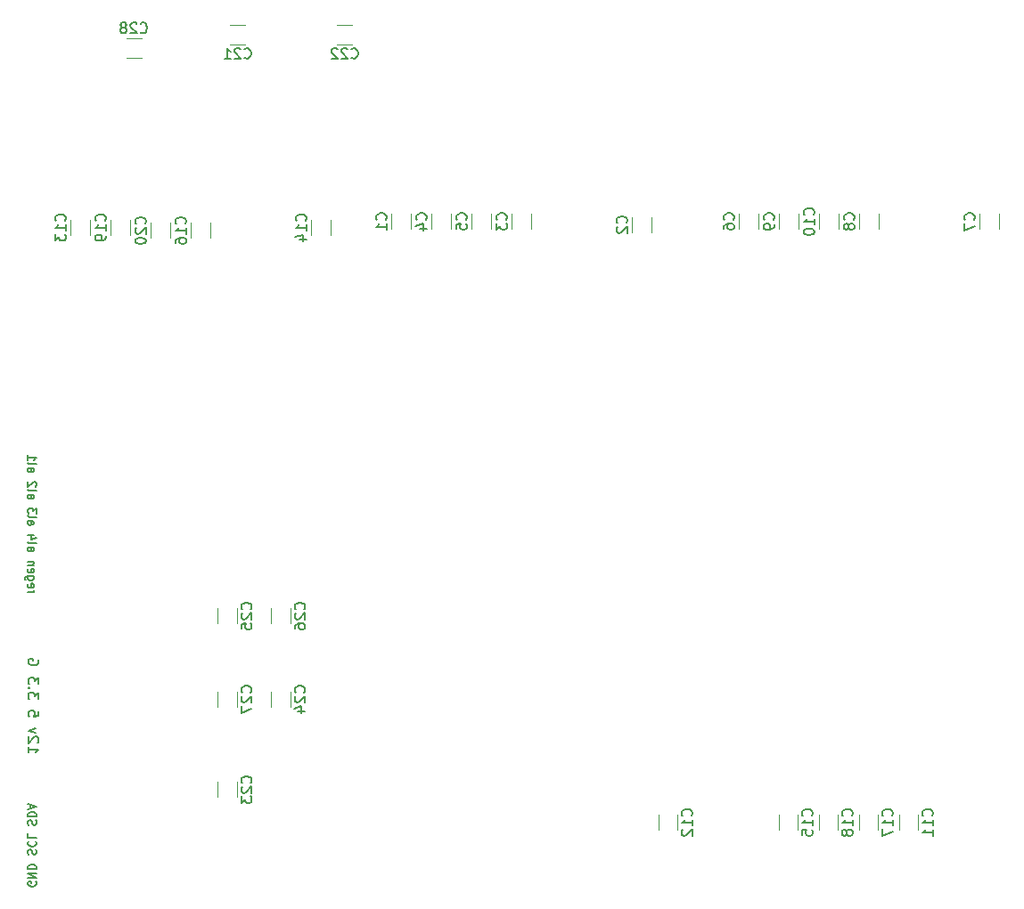
<source format=gbr>
%TF.GenerationSoftware,KiCad,Pcbnew,8.0.3*%
%TF.CreationDate,2024-11-03T21:20:52+01:00*%
%TF.ProjectId,weerstation-analoog,77656572-7374-4617-9469-6f6e2d616e61,rev?*%
%TF.SameCoordinates,Original*%
%TF.FileFunction,Legend,Bot*%
%TF.FilePolarity,Positive*%
%FSLAX46Y46*%
G04 Gerber Fmt 4.6, Leading zero omitted, Abs format (unit mm)*
G04 Created by KiCad (PCBNEW 8.0.3) date 2024-11-03 21:20:52*
%MOMM*%
%LPD*%
G01*
G04 APERTURE LIST*
%ADD10C,0.150000*%
%ADD11C,0.120000*%
G04 APERTURE END LIST*
D10*
X15345704Y-79720839D02*
X15879038Y-79720839D01*
X15726657Y-79720839D02*
X15802847Y-79682744D01*
X15802847Y-79682744D02*
X15840942Y-79644649D01*
X15840942Y-79644649D02*
X15879038Y-79568458D01*
X15879038Y-79568458D02*
X15879038Y-79492268D01*
X15383800Y-78920839D02*
X15345704Y-78997030D01*
X15345704Y-78997030D02*
X15345704Y-79149411D01*
X15345704Y-79149411D02*
X15383800Y-79225601D01*
X15383800Y-79225601D02*
X15459990Y-79263697D01*
X15459990Y-79263697D02*
X15764752Y-79263697D01*
X15764752Y-79263697D02*
X15840942Y-79225601D01*
X15840942Y-79225601D02*
X15879038Y-79149411D01*
X15879038Y-79149411D02*
X15879038Y-78997030D01*
X15879038Y-78997030D02*
X15840942Y-78920839D01*
X15840942Y-78920839D02*
X15764752Y-78882744D01*
X15764752Y-78882744D02*
X15688561Y-78882744D01*
X15688561Y-78882744D02*
X15612371Y-79263697D01*
X15879038Y-78197030D02*
X15231419Y-78197030D01*
X15231419Y-78197030D02*
X15155228Y-78235125D01*
X15155228Y-78235125D02*
X15117133Y-78273221D01*
X15117133Y-78273221D02*
X15079038Y-78349411D01*
X15079038Y-78349411D02*
X15079038Y-78463697D01*
X15079038Y-78463697D02*
X15117133Y-78539887D01*
X15383800Y-78197030D02*
X15345704Y-78273221D01*
X15345704Y-78273221D02*
X15345704Y-78425602D01*
X15345704Y-78425602D02*
X15383800Y-78501792D01*
X15383800Y-78501792D02*
X15421895Y-78539887D01*
X15421895Y-78539887D02*
X15498085Y-78577983D01*
X15498085Y-78577983D02*
X15726657Y-78577983D01*
X15726657Y-78577983D02*
X15802847Y-78539887D01*
X15802847Y-78539887D02*
X15840942Y-78501792D01*
X15840942Y-78501792D02*
X15879038Y-78425602D01*
X15879038Y-78425602D02*
X15879038Y-78273221D01*
X15879038Y-78273221D02*
X15840942Y-78197030D01*
X15383800Y-77511315D02*
X15345704Y-77587506D01*
X15345704Y-77587506D02*
X15345704Y-77739887D01*
X15345704Y-77739887D02*
X15383800Y-77816077D01*
X15383800Y-77816077D02*
X15459990Y-77854173D01*
X15459990Y-77854173D02*
X15764752Y-77854173D01*
X15764752Y-77854173D02*
X15840942Y-77816077D01*
X15840942Y-77816077D02*
X15879038Y-77739887D01*
X15879038Y-77739887D02*
X15879038Y-77587506D01*
X15879038Y-77587506D02*
X15840942Y-77511315D01*
X15840942Y-77511315D02*
X15764752Y-77473220D01*
X15764752Y-77473220D02*
X15688561Y-77473220D01*
X15688561Y-77473220D02*
X15612371Y-77854173D01*
X15879038Y-77130363D02*
X15345704Y-77130363D01*
X15802847Y-77130363D02*
X15840942Y-77092268D01*
X15840942Y-77092268D02*
X15879038Y-77016078D01*
X15879038Y-77016078D02*
X15879038Y-76901792D01*
X15879038Y-76901792D02*
X15840942Y-76825601D01*
X15840942Y-76825601D02*
X15764752Y-76787506D01*
X15764752Y-76787506D02*
X15345704Y-76787506D01*
X15345704Y-75454172D02*
X15764752Y-75454172D01*
X15764752Y-75454172D02*
X15840942Y-75492267D01*
X15840942Y-75492267D02*
X15879038Y-75568458D01*
X15879038Y-75568458D02*
X15879038Y-75720839D01*
X15879038Y-75720839D02*
X15840942Y-75797029D01*
X15383800Y-75454172D02*
X15345704Y-75530363D01*
X15345704Y-75530363D02*
X15345704Y-75720839D01*
X15345704Y-75720839D02*
X15383800Y-75797029D01*
X15383800Y-75797029D02*
X15459990Y-75835125D01*
X15459990Y-75835125D02*
X15536180Y-75835125D01*
X15536180Y-75835125D02*
X15612371Y-75797029D01*
X15612371Y-75797029D02*
X15650466Y-75720839D01*
X15650466Y-75720839D02*
X15650466Y-75530363D01*
X15650466Y-75530363D02*
X15688561Y-75454172D01*
X15345704Y-74958934D02*
X15383800Y-75035124D01*
X15383800Y-75035124D02*
X15459990Y-75073219D01*
X15459990Y-75073219D02*
X16145704Y-75073219D01*
X15879038Y-74311314D02*
X15345704Y-74311314D01*
X16183800Y-74501790D02*
X15612371Y-74692267D01*
X15612371Y-74692267D02*
X15612371Y-74197028D01*
X15345704Y-72939885D02*
X15764752Y-72939885D01*
X15764752Y-72939885D02*
X15840942Y-72977980D01*
X15840942Y-72977980D02*
X15879038Y-73054171D01*
X15879038Y-73054171D02*
X15879038Y-73206552D01*
X15879038Y-73206552D02*
X15840942Y-73282742D01*
X15383800Y-72939885D02*
X15345704Y-73016076D01*
X15345704Y-73016076D02*
X15345704Y-73206552D01*
X15345704Y-73206552D02*
X15383800Y-73282742D01*
X15383800Y-73282742D02*
X15459990Y-73320838D01*
X15459990Y-73320838D02*
X15536180Y-73320838D01*
X15536180Y-73320838D02*
X15612371Y-73282742D01*
X15612371Y-73282742D02*
X15650466Y-73206552D01*
X15650466Y-73206552D02*
X15650466Y-73016076D01*
X15650466Y-73016076D02*
X15688561Y-72939885D01*
X15345704Y-72444647D02*
X15383800Y-72520837D01*
X15383800Y-72520837D02*
X15459990Y-72558932D01*
X15459990Y-72558932D02*
X16145704Y-72558932D01*
X16145704Y-72216075D02*
X16145704Y-71720837D01*
X16145704Y-71720837D02*
X15840942Y-71987503D01*
X15840942Y-71987503D02*
X15840942Y-71873218D01*
X15840942Y-71873218D02*
X15802847Y-71797027D01*
X15802847Y-71797027D02*
X15764752Y-71758932D01*
X15764752Y-71758932D02*
X15688561Y-71720837D01*
X15688561Y-71720837D02*
X15498085Y-71720837D01*
X15498085Y-71720837D02*
X15421895Y-71758932D01*
X15421895Y-71758932D02*
X15383800Y-71797027D01*
X15383800Y-71797027D02*
X15345704Y-71873218D01*
X15345704Y-71873218D02*
X15345704Y-72101789D01*
X15345704Y-72101789D02*
X15383800Y-72177980D01*
X15383800Y-72177980D02*
X15421895Y-72216075D01*
X15345704Y-70425598D02*
X15764752Y-70425598D01*
X15764752Y-70425598D02*
X15840942Y-70463693D01*
X15840942Y-70463693D02*
X15879038Y-70539884D01*
X15879038Y-70539884D02*
X15879038Y-70692265D01*
X15879038Y-70692265D02*
X15840942Y-70768455D01*
X15383800Y-70425598D02*
X15345704Y-70501789D01*
X15345704Y-70501789D02*
X15345704Y-70692265D01*
X15345704Y-70692265D02*
X15383800Y-70768455D01*
X15383800Y-70768455D02*
X15459990Y-70806551D01*
X15459990Y-70806551D02*
X15536180Y-70806551D01*
X15536180Y-70806551D02*
X15612371Y-70768455D01*
X15612371Y-70768455D02*
X15650466Y-70692265D01*
X15650466Y-70692265D02*
X15650466Y-70501789D01*
X15650466Y-70501789D02*
X15688561Y-70425598D01*
X15345704Y-69930360D02*
X15383800Y-70006550D01*
X15383800Y-70006550D02*
X15459990Y-70044645D01*
X15459990Y-70044645D02*
X16145704Y-70044645D01*
X16069514Y-69663693D02*
X16107609Y-69625597D01*
X16107609Y-69625597D02*
X16145704Y-69549407D01*
X16145704Y-69549407D02*
X16145704Y-69358931D01*
X16145704Y-69358931D02*
X16107609Y-69282740D01*
X16107609Y-69282740D02*
X16069514Y-69244645D01*
X16069514Y-69244645D02*
X15993323Y-69206550D01*
X15993323Y-69206550D02*
X15917133Y-69206550D01*
X15917133Y-69206550D02*
X15802847Y-69244645D01*
X15802847Y-69244645D02*
X15345704Y-69701788D01*
X15345704Y-69701788D02*
X15345704Y-69206550D01*
X15345704Y-67911311D02*
X15764752Y-67911311D01*
X15764752Y-67911311D02*
X15840942Y-67949406D01*
X15840942Y-67949406D02*
X15879038Y-68025597D01*
X15879038Y-68025597D02*
X15879038Y-68177978D01*
X15879038Y-68177978D02*
X15840942Y-68254168D01*
X15383800Y-67911311D02*
X15345704Y-67987502D01*
X15345704Y-67987502D02*
X15345704Y-68177978D01*
X15345704Y-68177978D02*
X15383800Y-68254168D01*
X15383800Y-68254168D02*
X15459990Y-68292264D01*
X15459990Y-68292264D02*
X15536180Y-68292264D01*
X15536180Y-68292264D02*
X15612371Y-68254168D01*
X15612371Y-68254168D02*
X15650466Y-68177978D01*
X15650466Y-68177978D02*
X15650466Y-67987502D01*
X15650466Y-67987502D02*
X15688561Y-67911311D01*
X15345704Y-67416073D02*
X15383800Y-67492263D01*
X15383800Y-67492263D02*
X15459990Y-67530358D01*
X15459990Y-67530358D02*
X16145704Y-67530358D01*
X15345704Y-66692263D02*
X15345704Y-67149406D01*
X15345704Y-66920834D02*
X16145704Y-66920834D01*
X16145704Y-66920834D02*
X16031419Y-66997025D01*
X16031419Y-66997025D02*
X15955228Y-67073215D01*
X15955228Y-67073215D02*
X15917133Y-67149406D01*
X16107609Y-107241792D02*
X16145704Y-107317982D01*
X16145704Y-107317982D02*
X16145704Y-107432268D01*
X16145704Y-107432268D02*
X16107609Y-107546554D01*
X16107609Y-107546554D02*
X16031419Y-107622744D01*
X16031419Y-107622744D02*
X15955228Y-107660839D01*
X15955228Y-107660839D02*
X15802847Y-107698935D01*
X15802847Y-107698935D02*
X15688561Y-107698935D01*
X15688561Y-107698935D02*
X15536180Y-107660839D01*
X15536180Y-107660839D02*
X15459990Y-107622744D01*
X15459990Y-107622744D02*
X15383800Y-107546554D01*
X15383800Y-107546554D02*
X15345704Y-107432268D01*
X15345704Y-107432268D02*
X15345704Y-107356077D01*
X15345704Y-107356077D02*
X15383800Y-107241792D01*
X15383800Y-107241792D02*
X15421895Y-107203696D01*
X15421895Y-107203696D02*
X15688561Y-107203696D01*
X15688561Y-107203696D02*
X15688561Y-107356077D01*
X15345704Y-106860839D02*
X16145704Y-106860839D01*
X16145704Y-106860839D02*
X15345704Y-106403696D01*
X15345704Y-106403696D02*
X16145704Y-106403696D01*
X15345704Y-106022744D02*
X16145704Y-106022744D01*
X16145704Y-106022744D02*
X16145704Y-105832268D01*
X16145704Y-105832268D02*
X16107609Y-105717982D01*
X16107609Y-105717982D02*
X16031419Y-105641792D01*
X16031419Y-105641792D02*
X15955228Y-105603697D01*
X15955228Y-105603697D02*
X15802847Y-105565601D01*
X15802847Y-105565601D02*
X15688561Y-105565601D01*
X15688561Y-105565601D02*
X15536180Y-105603697D01*
X15536180Y-105603697D02*
X15459990Y-105641792D01*
X15459990Y-105641792D02*
X15383800Y-105717982D01*
X15383800Y-105717982D02*
X15345704Y-105832268D01*
X15345704Y-105832268D02*
X15345704Y-106022744D01*
X15383800Y-104651316D02*
X15345704Y-104537030D01*
X15345704Y-104537030D02*
X15345704Y-104346554D01*
X15345704Y-104346554D02*
X15383800Y-104270363D01*
X15383800Y-104270363D02*
X15421895Y-104232268D01*
X15421895Y-104232268D02*
X15498085Y-104194173D01*
X15498085Y-104194173D02*
X15574276Y-104194173D01*
X15574276Y-104194173D02*
X15650466Y-104232268D01*
X15650466Y-104232268D02*
X15688561Y-104270363D01*
X15688561Y-104270363D02*
X15726657Y-104346554D01*
X15726657Y-104346554D02*
X15764752Y-104498935D01*
X15764752Y-104498935D02*
X15802847Y-104575125D01*
X15802847Y-104575125D02*
X15840942Y-104613220D01*
X15840942Y-104613220D02*
X15917133Y-104651316D01*
X15917133Y-104651316D02*
X15993323Y-104651316D01*
X15993323Y-104651316D02*
X16069514Y-104613220D01*
X16069514Y-104613220D02*
X16107609Y-104575125D01*
X16107609Y-104575125D02*
X16145704Y-104498935D01*
X16145704Y-104498935D02*
X16145704Y-104308458D01*
X16145704Y-104308458D02*
X16107609Y-104194173D01*
X15421895Y-103394172D02*
X15383800Y-103432268D01*
X15383800Y-103432268D02*
X15345704Y-103546553D01*
X15345704Y-103546553D02*
X15345704Y-103622744D01*
X15345704Y-103622744D02*
X15383800Y-103737030D01*
X15383800Y-103737030D02*
X15459990Y-103813220D01*
X15459990Y-103813220D02*
X15536180Y-103851315D01*
X15536180Y-103851315D02*
X15688561Y-103889411D01*
X15688561Y-103889411D02*
X15802847Y-103889411D01*
X15802847Y-103889411D02*
X15955228Y-103851315D01*
X15955228Y-103851315D02*
X16031419Y-103813220D01*
X16031419Y-103813220D02*
X16107609Y-103737030D01*
X16107609Y-103737030D02*
X16145704Y-103622744D01*
X16145704Y-103622744D02*
X16145704Y-103546553D01*
X16145704Y-103546553D02*
X16107609Y-103432268D01*
X16107609Y-103432268D02*
X16069514Y-103394172D01*
X15345704Y-102670363D02*
X15345704Y-103051315D01*
X15345704Y-103051315D02*
X16145704Y-103051315D01*
X15383800Y-101832268D02*
X15345704Y-101717982D01*
X15345704Y-101717982D02*
X15345704Y-101527506D01*
X15345704Y-101527506D02*
X15383800Y-101451315D01*
X15383800Y-101451315D02*
X15421895Y-101413220D01*
X15421895Y-101413220D02*
X15498085Y-101375125D01*
X15498085Y-101375125D02*
X15574276Y-101375125D01*
X15574276Y-101375125D02*
X15650466Y-101413220D01*
X15650466Y-101413220D02*
X15688561Y-101451315D01*
X15688561Y-101451315D02*
X15726657Y-101527506D01*
X15726657Y-101527506D02*
X15764752Y-101679887D01*
X15764752Y-101679887D02*
X15802847Y-101756077D01*
X15802847Y-101756077D02*
X15840942Y-101794172D01*
X15840942Y-101794172D02*
X15917133Y-101832268D01*
X15917133Y-101832268D02*
X15993323Y-101832268D01*
X15993323Y-101832268D02*
X16069514Y-101794172D01*
X16069514Y-101794172D02*
X16107609Y-101756077D01*
X16107609Y-101756077D02*
X16145704Y-101679887D01*
X16145704Y-101679887D02*
X16145704Y-101489410D01*
X16145704Y-101489410D02*
X16107609Y-101375125D01*
X15345704Y-101032267D02*
X16145704Y-101032267D01*
X16145704Y-101032267D02*
X16145704Y-100841791D01*
X16145704Y-100841791D02*
X16107609Y-100727505D01*
X16107609Y-100727505D02*
X16031419Y-100651315D01*
X16031419Y-100651315D02*
X15955228Y-100613220D01*
X15955228Y-100613220D02*
X15802847Y-100575124D01*
X15802847Y-100575124D02*
X15688561Y-100575124D01*
X15688561Y-100575124D02*
X15536180Y-100613220D01*
X15536180Y-100613220D02*
X15459990Y-100651315D01*
X15459990Y-100651315D02*
X15383800Y-100727505D01*
X15383800Y-100727505D02*
X15345704Y-100841791D01*
X15345704Y-100841791D02*
X15345704Y-101032267D01*
X15574276Y-100270363D02*
X15574276Y-99889410D01*
X15345704Y-100346553D02*
X16145704Y-100079886D01*
X16145704Y-100079886D02*
X15345704Y-99813220D01*
X15370180Y-94389411D02*
X15370180Y-94960839D01*
X15370180Y-94675125D02*
X16370180Y-94675125D01*
X16370180Y-94675125D02*
X16227323Y-94770363D01*
X16227323Y-94770363D02*
X16132085Y-94865601D01*
X16132085Y-94865601D02*
X16084466Y-94960839D01*
X16274942Y-94008458D02*
X16322561Y-93960839D01*
X16322561Y-93960839D02*
X16370180Y-93865601D01*
X16370180Y-93865601D02*
X16370180Y-93627506D01*
X16370180Y-93627506D02*
X16322561Y-93532268D01*
X16322561Y-93532268D02*
X16274942Y-93484649D01*
X16274942Y-93484649D02*
X16179704Y-93437030D01*
X16179704Y-93437030D02*
X16084466Y-93437030D01*
X16084466Y-93437030D02*
X15941609Y-93484649D01*
X15941609Y-93484649D02*
X15370180Y-94056077D01*
X15370180Y-94056077D02*
X15370180Y-93437030D01*
X16036847Y-93103696D02*
X15370180Y-92865601D01*
X15370180Y-92865601D02*
X16036847Y-92627506D01*
X16370180Y-91008458D02*
X16370180Y-91484648D01*
X16370180Y-91484648D02*
X15893990Y-91532267D01*
X15893990Y-91532267D02*
X15941609Y-91484648D01*
X15941609Y-91484648D02*
X15989228Y-91389410D01*
X15989228Y-91389410D02*
X15989228Y-91151315D01*
X15989228Y-91151315D02*
X15941609Y-91056077D01*
X15941609Y-91056077D02*
X15893990Y-91008458D01*
X15893990Y-91008458D02*
X15798752Y-90960839D01*
X15798752Y-90960839D02*
X15560657Y-90960839D01*
X15560657Y-90960839D02*
X15465419Y-91008458D01*
X15465419Y-91008458D02*
X15417800Y-91056077D01*
X15417800Y-91056077D02*
X15370180Y-91151315D01*
X15370180Y-91151315D02*
X15370180Y-91389410D01*
X15370180Y-91389410D02*
X15417800Y-91484648D01*
X15417800Y-91484648D02*
X15465419Y-91532267D01*
X16370180Y-89865600D02*
X16370180Y-89246553D01*
X16370180Y-89246553D02*
X15989228Y-89579886D01*
X15989228Y-89579886D02*
X15989228Y-89437029D01*
X15989228Y-89437029D02*
X15941609Y-89341791D01*
X15941609Y-89341791D02*
X15893990Y-89294172D01*
X15893990Y-89294172D02*
X15798752Y-89246553D01*
X15798752Y-89246553D02*
X15560657Y-89246553D01*
X15560657Y-89246553D02*
X15465419Y-89294172D01*
X15465419Y-89294172D02*
X15417800Y-89341791D01*
X15417800Y-89341791D02*
X15370180Y-89437029D01*
X15370180Y-89437029D02*
X15370180Y-89722743D01*
X15370180Y-89722743D02*
X15417800Y-89817981D01*
X15417800Y-89817981D02*
X15465419Y-89865600D01*
X15465419Y-88817981D02*
X15417800Y-88770362D01*
X15417800Y-88770362D02*
X15370180Y-88817981D01*
X15370180Y-88817981D02*
X15417800Y-88865600D01*
X15417800Y-88865600D02*
X15465419Y-88817981D01*
X15465419Y-88817981D02*
X15370180Y-88817981D01*
X16370180Y-88437029D02*
X16370180Y-87817982D01*
X16370180Y-87817982D02*
X15989228Y-88151315D01*
X15989228Y-88151315D02*
X15989228Y-88008458D01*
X15989228Y-88008458D02*
X15941609Y-87913220D01*
X15941609Y-87913220D02*
X15893990Y-87865601D01*
X15893990Y-87865601D02*
X15798752Y-87817982D01*
X15798752Y-87817982D02*
X15560657Y-87817982D01*
X15560657Y-87817982D02*
X15465419Y-87865601D01*
X15465419Y-87865601D02*
X15417800Y-87913220D01*
X15417800Y-87913220D02*
X15370180Y-88008458D01*
X15370180Y-88008458D02*
X15370180Y-88294172D01*
X15370180Y-88294172D02*
X15417800Y-88389410D01*
X15417800Y-88389410D02*
X15465419Y-88437029D01*
X16322561Y-86103696D02*
X16370180Y-86198934D01*
X16370180Y-86198934D02*
X16370180Y-86341791D01*
X16370180Y-86341791D02*
X16322561Y-86484648D01*
X16322561Y-86484648D02*
X16227323Y-86579886D01*
X16227323Y-86579886D02*
X16132085Y-86627505D01*
X16132085Y-86627505D02*
X15941609Y-86675124D01*
X15941609Y-86675124D02*
X15798752Y-86675124D01*
X15798752Y-86675124D02*
X15608276Y-86627505D01*
X15608276Y-86627505D02*
X15513038Y-86579886D01*
X15513038Y-86579886D02*
X15417800Y-86484648D01*
X15417800Y-86484648D02*
X15370180Y-86341791D01*
X15370180Y-86341791D02*
X15370180Y-86246553D01*
X15370180Y-86246553D02*
X15417800Y-86103696D01*
X15417800Y-86103696D02*
X15465419Y-86056077D01*
X15465419Y-86056077D02*
X15798752Y-86056077D01*
X15798752Y-86056077D02*
X15798752Y-86246553D01*
X89949580Y-43807142D02*
X89997200Y-43759523D01*
X89997200Y-43759523D02*
X90044819Y-43616666D01*
X90044819Y-43616666D02*
X90044819Y-43521428D01*
X90044819Y-43521428D02*
X89997200Y-43378571D01*
X89997200Y-43378571D02*
X89901961Y-43283333D01*
X89901961Y-43283333D02*
X89806723Y-43235714D01*
X89806723Y-43235714D02*
X89616247Y-43188095D01*
X89616247Y-43188095D02*
X89473390Y-43188095D01*
X89473390Y-43188095D02*
X89282914Y-43235714D01*
X89282914Y-43235714D02*
X89187676Y-43283333D01*
X89187676Y-43283333D02*
X89092438Y-43378571D01*
X89092438Y-43378571D02*
X89044819Y-43521428D01*
X89044819Y-43521428D02*
X89044819Y-43616666D01*
X89044819Y-43616666D02*
X89092438Y-43759523D01*
X89092438Y-43759523D02*
X89140057Y-43807142D01*
X90044819Y-44759523D02*
X90044819Y-44188095D01*
X90044819Y-44473809D02*
X89044819Y-44473809D01*
X89044819Y-44473809D02*
X89187676Y-44378571D01*
X89187676Y-44378571D02*
X89282914Y-44283333D01*
X89282914Y-44283333D02*
X89330533Y-44188095D01*
X89044819Y-45378571D02*
X89044819Y-45473809D01*
X89044819Y-45473809D02*
X89092438Y-45569047D01*
X89092438Y-45569047D02*
X89140057Y-45616666D01*
X89140057Y-45616666D02*
X89235295Y-45664285D01*
X89235295Y-45664285D02*
X89425771Y-45711904D01*
X89425771Y-45711904D02*
X89663866Y-45711904D01*
X89663866Y-45711904D02*
X89854342Y-45664285D01*
X89854342Y-45664285D02*
X89949580Y-45616666D01*
X89949580Y-45616666D02*
X89997200Y-45569047D01*
X89997200Y-45569047D02*
X90044819Y-45473809D01*
X90044819Y-45473809D02*
X90044819Y-45378571D01*
X90044819Y-45378571D02*
X89997200Y-45283333D01*
X89997200Y-45283333D02*
X89949580Y-45235714D01*
X89949580Y-45235714D02*
X89854342Y-45188095D01*
X89854342Y-45188095D02*
X89663866Y-45140476D01*
X89663866Y-45140476D02*
X89425771Y-45140476D01*
X89425771Y-45140476D02*
X89235295Y-45188095D01*
X89235295Y-45188095D02*
X89140057Y-45235714D01*
X89140057Y-45235714D02*
X89092438Y-45283333D01*
X89092438Y-45283333D02*
X89044819Y-45378571D01*
X26449580Y-44664642D02*
X26497200Y-44617023D01*
X26497200Y-44617023D02*
X26544819Y-44474166D01*
X26544819Y-44474166D02*
X26544819Y-44378928D01*
X26544819Y-44378928D02*
X26497200Y-44236071D01*
X26497200Y-44236071D02*
X26401961Y-44140833D01*
X26401961Y-44140833D02*
X26306723Y-44093214D01*
X26306723Y-44093214D02*
X26116247Y-44045595D01*
X26116247Y-44045595D02*
X25973390Y-44045595D01*
X25973390Y-44045595D02*
X25782914Y-44093214D01*
X25782914Y-44093214D02*
X25687676Y-44140833D01*
X25687676Y-44140833D02*
X25592438Y-44236071D01*
X25592438Y-44236071D02*
X25544819Y-44378928D01*
X25544819Y-44378928D02*
X25544819Y-44474166D01*
X25544819Y-44474166D02*
X25592438Y-44617023D01*
X25592438Y-44617023D02*
X25640057Y-44664642D01*
X25640057Y-45045595D02*
X25592438Y-45093214D01*
X25592438Y-45093214D02*
X25544819Y-45188452D01*
X25544819Y-45188452D02*
X25544819Y-45426547D01*
X25544819Y-45426547D02*
X25592438Y-45521785D01*
X25592438Y-45521785D02*
X25640057Y-45569404D01*
X25640057Y-45569404D02*
X25735295Y-45617023D01*
X25735295Y-45617023D02*
X25830533Y-45617023D01*
X25830533Y-45617023D02*
X25973390Y-45569404D01*
X25973390Y-45569404D02*
X26544819Y-44997976D01*
X26544819Y-44997976D02*
X26544819Y-45617023D01*
X25544819Y-46236071D02*
X25544819Y-46331309D01*
X25544819Y-46331309D02*
X25592438Y-46426547D01*
X25592438Y-46426547D02*
X25640057Y-46474166D01*
X25640057Y-46474166D02*
X25735295Y-46521785D01*
X25735295Y-46521785D02*
X25925771Y-46569404D01*
X25925771Y-46569404D02*
X26163866Y-46569404D01*
X26163866Y-46569404D02*
X26354342Y-46521785D01*
X26354342Y-46521785D02*
X26449580Y-46474166D01*
X26449580Y-46474166D02*
X26497200Y-46426547D01*
X26497200Y-46426547D02*
X26544819Y-46331309D01*
X26544819Y-46331309D02*
X26544819Y-46236071D01*
X26544819Y-46236071D02*
X26497200Y-46140833D01*
X26497200Y-46140833D02*
X26449580Y-46093214D01*
X26449580Y-46093214D02*
X26354342Y-46045595D01*
X26354342Y-46045595D02*
X26163866Y-45997976D01*
X26163866Y-45997976D02*
X25925771Y-45997976D01*
X25925771Y-45997976D02*
X25735295Y-46045595D01*
X25735295Y-46045595D02*
X25640057Y-46093214D01*
X25640057Y-46093214D02*
X25592438Y-46140833D01*
X25592438Y-46140833D02*
X25544819Y-46236071D01*
X49309580Y-44283333D02*
X49357200Y-44235714D01*
X49357200Y-44235714D02*
X49404819Y-44092857D01*
X49404819Y-44092857D02*
X49404819Y-43997619D01*
X49404819Y-43997619D02*
X49357200Y-43854762D01*
X49357200Y-43854762D02*
X49261961Y-43759524D01*
X49261961Y-43759524D02*
X49166723Y-43711905D01*
X49166723Y-43711905D02*
X48976247Y-43664286D01*
X48976247Y-43664286D02*
X48833390Y-43664286D01*
X48833390Y-43664286D02*
X48642914Y-43711905D01*
X48642914Y-43711905D02*
X48547676Y-43759524D01*
X48547676Y-43759524D02*
X48452438Y-43854762D01*
X48452438Y-43854762D02*
X48404819Y-43997619D01*
X48404819Y-43997619D02*
X48404819Y-44092857D01*
X48404819Y-44092857D02*
X48452438Y-44235714D01*
X48452438Y-44235714D02*
X48500057Y-44283333D01*
X49404819Y-45235714D02*
X49404819Y-44664286D01*
X49404819Y-44950000D02*
X48404819Y-44950000D01*
X48404819Y-44950000D02*
X48547676Y-44854762D01*
X48547676Y-44854762D02*
X48642914Y-44759524D01*
X48642914Y-44759524D02*
X48690533Y-44664286D01*
X86139580Y-44283333D02*
X86187200Y-44235714D01*
X86187200Y-44235714D02*
X86234819Y-44092857D01*
X86234819Y-44092857D02*
X86234819Y-43997619D01*
X86234819Y-43997619D02*
X86187200Y-43854762D01*
X86187200Y-43854762D02*
X86091961Y-43759524D01*
X86091961Y-43759524D02*
X85996723Y-43711905D01*
X85996723Y-43711905D02*
X85806247Y-43664286D01*
X85806247Y-43664286D02*
X85663390Y-43664286D01*
X85663390Y-43664286D02*
X85472914Y-43711905D01*
X85472914Y-43711905D02*
X85377676Y-43759524D01*
X85377676Y-43759524D02*
X85282438Y-43854762D01*
X85282438Y-43854762D02*
X85234819Y-43997619D01*
X85234819Y-43997619D02*
X85234819Y-44092857D01*
X85234819Y-44092857D02*
X85282438Y-44235714D01*
X85282438Y-44235714D02*
X85330057Y-44283333D01*
X86234819Y-44759524D02*
X86234819Y-44950000D01*
X86234819Y-44950000D02*
X86187200Y-45045238D01*
X86187200Y-45045238D02*
X86139580Y-45092857D01*
X86139580Y-45092857D02*
X85996723Y-45188095D01*
X85996723Y-45188095D02*
X85806247Y-45235714D01*
X85806247Y-45235714D02*
X85425295Y-45235714D01*
X85425295Y-45235714D02*
X85330057Y-45188095D01*
X85330057Y-45188095D02*
X85282438Y-45140476D01*
X85282438Y-45140476D02*
X85234819Y-45045238D01*
X85234819Y-45045238D02*
X85234819Y-44854762D01*
X85234819Y-44854762D02*
X85282438Y-44759524D01*
X85282438Y-44759524D02*
X85330057Y-44711905D01*
X85330057Y-44711905D02*
X85425295Y-44664286D01*
X85425295Y-44664286D02*
X85663390Y-44664286D01*
X85663390Y-44664286D02*
X85758628Y-44711905D01*
X85758628Y-44711905D02*
X85806247Y-44759524D01*
X85806247Y-44759524D02*
X85853866Y-44854762D01*
X85853866Y-44854762D02*
X85853866Y-45045238D01*
X85853866Y-45045238D02*
X85806247Y-45140476D01*
X85806247Y-45140476D02*
X85758628Y-45188095D01*
X85758628Y-45188095D02*
X85663390Y-45235714D01*
X41689580Y-44372142D02*
X41737200Y-44324523D01*
X41737200Y-44324523D02*
X41784819Y-44181666D01*
X41784819Y-44181666D02*
X41784819Y-44086428D01*
X41784819Y-44086428D02*
X41737200Y-43943571D01*
X41737200Y-43943571D02*
X41641961Y-43848333D01*
X41641961Y-43848333D02*
X41546723Y-43800714D01*
X41546723Y-43800714D02*
X41356247Y-43753095D01*
X41356247Y-43753095D02*
X41213390Y-43753095D01*
X41213390Y-43753095D02*
X41022914Y-43800714D01*
X41022914Y-43800714D02*
X40927676Y-43848333D01*
X40927676Y-43848333D02*
X40832438Y-43943571D01*
X40832438Y-43943571D02*
X40784819Y-44086428D01*
X40784819Y-44086428D02*
X40784819Y-44181666D01*
X40784819Y-44181666D02*
X40832438Y-44324523D01*
X40832438Y-44324523D02*
X40880057Y-44372142D01*
X41784819Y-45324523D02*
X41784819Y-44753095D01*
X41784819Y-45038809D02*
X40784819Y-45038809D01*
X40784819Y-45038809D02*
X40927676Y-44943571D01*
X40927676Y-44943571D02*
X41022914Y-44848333D01*
X41022914Y-44848333D02*
X41070533Y-44753095D01*
X41118152Y-46181666D02*
X41784819Y-46181666D01*
X40737200Y-45943571D02*
X41451485Y-45705476D01*
X41451485Y-45705476D02*
X41451485Y-46324523D01*
X53119580Y-44283333D02*
X53167200Y-44235714D01*
X53167200Y-44235714D02*
X53214819Y-44092857D01*
X53214819Y-44092857D02*
X53214819Y-43997619D01*
X53214819Y-43997619D02*
X53167200Y-43854762D01*
X53167200Y-43854762D02*
X53071961Y-43759524D01*
X53071961Y-43759524D02*
X52976723Y-43711905D01*
X52976723Y-43711905D02*
X52786247Y-43664286D01*
X52786247Y-43664286D02*
X52643390Y-43664286D01*
X52643390Y-43664286D02*
X52452914Y-43711905D01*
X52452914Y-43711905D02*
X52357676Y-43759524D01*
X52357676Y-43759524D02*
X52262438Y-43854762D01*
X52262438Y-43854762D02*
X52214819Y-43997619D01*
X52214819Y-43997619D02*
X52214819Y-44092857D01*
X52214819Y-44092857D02*
X52262438Y-44235714D01*
X52262438Y-44235714D02*
X52310057Y-44283333D01*
X52548152Y-45140476D02*
X53214819Y-45140476D01*
X52167200Y-44902381D02*
X52881485Y-44664286D01*
X52881485Y-44664286D02*
X52881485Y-45283333D01*
X35910357Y-28879580D02*
X35957976Y-28927200D01*
X35957976Y-28927200D02*
X36100833Y-28974819D01*
X36100833Y-28974819D02*
X36196071Y-28974819D01*
X36196071Y-28974819D02*
X36338928Y-28927200D01*
X36338928Y-28927200D02*
X36434166Y-28831961D01*
X36434166Y-28831961D02*
X36481785Y-28736723D01*
X36481785Y-28736723D02*
X36529404Y-28546247D01*
X36529404Y-28546247D02*
X36529404Y-28403390D01*
X36529404Y-28403390D02*
X36481785Y-28212914D01*
X36481785Y-28212914D02*
X36434166Y-28117676D01*
X36434166Y-28117676D02*
X36338928Y-28022438D01*
X36338928Y-28022438D02*
X36196071Y-27974819D01*
X36196071Y-27974819D02*
X36100833Y-27974819D01*
X36100833Y-27974819D02*
X35957976Y-28022438D01*
X35957976Y-28022438D02*
X35910357Y-28070057D01*
X35529404Y-28070057D02*
X35481785Y-28022438D01*
X35481785Y-28022438D02*
X35386547Y-27974819D01*
X35386547Y-27974819D02*
X35148452Y-27974819D01*
X35148452Y-27974819D02*
X35053214Y-28022438D01*
X35053214Y-28022438D02*
X35005595Y-28070057D01*
X35005595Y-28070057D02*
X34957976Y-28165295D01*
X34957976Y-28165295D02*
X34957976Y-28260533D01*
X34957976Y-28260533D02*
X35005595Y-28403390D01*
X35005595Y-28403390D02*
X35577023Y-28974819D01*
X35577023Y-28974819D02*
X34957976Y-28974819D01*
X34005595Y-28974819D02*
X34577023Y-28974819D01*
X34291309Y-28974819D02*
X34291309Y-27974819D01*
X34291309Y-27974819D02*
X34386547Y-28117676D01*
X34386547Y-28117676D02*
X34481785Y-28212914D01*
X34481785Y-28212914D02*
X34577023Y-28260533D01*
X36499580Y-81322142D02*
X36547200Y-81274523D01*
X36547200Y-81274523D02*
X36594819Y-81131666D01*
X36594819Y-81131666D02*
X36594819Y-81036428D01*
X36594819Y-81036428D02*
X36547200Y-80893571D01*
X36547200Y-80893571D02*
X36451961Y-80798333D01*
X36451961Y-80798333D02*
X36356723Y-80750714D01*
X36356723Y-80750714D02*
X36166247Y-80703095D01*
X36166247Y-80703095D02*
X36023390Y-80703095D01*
X36023390Y-80703095D02*
X35832914Y-80750714D01*
X35832914Y-80750714D02*
X35737676Y-80798333D01*
X35737676Y-80798333D02*
X35642438Y-80893571D01*
X35642438Y-80893571D02*
X35594819Y-81036428D01*
X35594819Y-81036428D02*
X35594819Y-81131666D01*
X35594819Y-81131666D02*
X35642438Y-81274523D01*
X35642438Y-81274523D02*
X35690057Y-81322142D01*
X35690057Y-81703095D02*
X35642438Y-81750714D01*
X35642438Y-81750714D02*
X35594819Y-81845952D01*
X35594819Y-81845952D02*
X35594819Y-82084047D01*
X35594819Y-82084047D02*
X35642438Y-82179285D01*
X35642438Y-82179285D02*
X35690057Y-82226904D01*
X35690057Y-82226904D02*
X35785295Y-82274523D01*
X35785295Y-82274523D02*
X35880533Y-82274523D01*
X35880533Y-82274523D02*
X36023390Y-82226904D01*
X36023390Y-82226904D02*
X36594819Y-81655476D01*
X36594819Y-81655476D02*
X36594819Y-82274523D01*
X35594819Y-83179285D02*
X35594819Y-82703095D01*
X35594819Y-82703095D02*
X36071009Y-82655476D01*
X36071009Y-82655476D02*
X36023390Y-82703095D01*
X36023390Y-82703095D02*
X35975771Y-82798333D01*
X35975771Y-82798333D02*
X35975771Y-83036428D01*
X35975771Y-83036428D02*
X36023390Y-83131666D01*
X36023390Y-83131666D02*
X36071009Y-83179285D01*
X36071009Y-83179285D02*
X36166247Y-83226904D01*
X36166247Y-83226904D02*
X36404342Y-83226904D01*
X36404342Y-83226904D02*
X36499580Y-83179285D01*
X36499580Y-83179285D02*
X36547200Y-83131666D01*
X36547200Y-83131666D02*
X36594819Y-83036428D01*
X36594819Y-83036428D02*
X36594819Y-82798333D01*
X36594819Y-82798333D02*
X36547200Y-82703095D01*
X36547200Y-82703095D02*
X36499580Y-82655476D01*
X93759580Y-44283333D02*
X93807200Y-44235714D01*
X93807200Y-44235714D02*
X93854819Y-44092857D01*
X93854819Y-44092857D02*
X93854819Y-43997619D01*
X93854819Y-43997619D02*
X93807200Y-43854762D01*
X93807200Y-43854762D02*
X93711961Y-43759524D01*
X93711961Y-43759524D02*
X93616723Y-43711905D01*
X93616723Y-43711905D02*
X93426247Y-43664286D01*
X93426247Y-43664286D02*
X93283390Y-43664286D01*
X93283390Y-43664286D02*
X93092914Y-43711905D01*
X93092914Y-43711905D02*
X92997676Y-43759524D01*
X92997676Y-43759524D02*
X92902438Y-43854762D01*
X92902438Y-43854762D02*
X92854819Y-43997619D01*
X92854819Y-43997619D02*
X92854819Y-44092857D01*
X92854819Y-44092857D02*
X92902438Y-44235714D01*
X92902438Y-44235714D02*
X92950057Y-44283333D01*
X93283390Y-44854762D02*
X93235771Y-44759524D01*
X93235771Y-44759524D02*
X93188152Y-44711905D01*
X93188152Y-44711905D02*
X93092914Y-44664286D01*
X93092914Y-44664286D02*
X93045295Y-44664286D01*
X93045295Y-44664286D02*
X92950057Y-44711905D01*
X92950057Y-44711905D02*
X92902438Y-44759524D01*
X92902438Y-44759524D02*
X92854819Y-44854762D01*
X92854819Y-44854762D02*
X92854819Y-45045238D01*
X92854819Y-45045238D02*
X92902438Y-45140476D01*
X92902438Y-45140476D02*
X92950057Y-45188095D01*
X92950057Y-45188095D02*
X93045295Y-45235714D01*
X93045295Y-45235714D02*
X93092914Y-45235714D01*
X93092914Y-45235714D02*
X93188152Y-45188095D01*
X93188152Y-45188095D02*
X93235771Y-45140476D01*
X93235771Y-45140476D02*
X93283390Y-45045238D01*
X93283390Y-45045238D02*
X93283390Y-44854762D01*
X93283390Y-44854762D02*
X93331009Y-44759524D01*
X93331009Y-44759524D02*
X93378628Y-44711905D01*
X93378628Y-44711905D02*
X93473866Y-44664286D01*
X93473866Y-44664286D02*
X93664342Y-44664286D01*
X93664342Y-44664286D02*
X93759580Y-44711905D01*
X93759580Y-44711905D02*
X93807200Y-44759524D01*
X93807200Y-44759524D02*
X93854819Y-44854762D01*
X93854819Y-44854762D02*
X93854819Y-45045238D01*
X93854819Y-45045238D02*
X93807200Y-45140476D01*
X93807200Y-45140476D02*
X93759580Y-45188095D01*
X93759580Y-45188095D02*
X93664342Y-45235714D01*
X93664342Y-45235714D02*
X93473866Y-45235714D01*
X93473866Y-45235714D02*
X93378628Y-45188095D01*
X93378628Y-45188095D02*
X93331009Y-45140476D01*
X93331009Y-45140476D02*
X93283390Y-45045238D01*
X97398280Y-100957142D02*
X97445900Y-100909523D01*
X97445900Y-100909523D02*
X97493519Y-100766666D01*
X97493519Y-100766666D02*
X97493519Y-100671428D01*
X97493519Y-100671428D02*
X97445900Y-100528571D01*
X97445900Y-100528571D02*
X97350661Y-100433333D01*
X97350661Y-100433333D02*
X97255423Y-100385714D01*
X97255423Y-100385714D02*
X97064947Y-100338095D01*
X97064947Y-100338095D02*
X96922090Y-100338095D01*
X96922090Y-100338095D02*
X96731614Y-100385714D01*
X96731614Y-100385714D02*
X96636376Y-100433333D01*
X96636376Y-100433333D02*
X96541138Y-100528571D01*
X96541138Y-100528571D02*
X96493519Y-100671428D01*
X96493519Y-100671428D02*
X96493519Y-100766666D01*
X96493519Y-100766666D02*
X96541138Y-100909523D01*
X96541138Y-100909523D02*
X96588757Y-100957142D01*
X97493519Y-101909523D02*
X97493519Y-101338095D01*
X97493519Y-101623809D02*
X96493519Y-101623809D01*
X96493519Y-101623809D02*
X96636376Y-101528571D01*
X96636376Y-101528571D02*
X96731614Y-101433333D01*
X96731614Y-101433333D02*
X96779233Y-101338095D01*
X96493519Y-102242857D02*
X96493519Y-102909523D01*
X96493519Y-102909523D02*
X97493519Y-102480952D01*
X105189580Y-44283333D02*
X105237200Y-44235714D01*
X105237200Y-44235714D02*
X105284819Y-44092857D01*
X105284819Y-44092857D02*
X105284819Y-43997619D01*
X105284819Y-43997619D02*
X105237200Y-43854762D01*
X105237200Y-43854762D02*
X105141961Y-43759524D01*
X105141961Y-43759524D02*
X105046723Y-43711905D01*
X105046723Y-43711905D02*
X104856247Y-43664286D01*
X104856247Y-43664286D02*
X104713390Y-43664286D01*
X104713390Y-43664286D02*
X104522914Y-43711905D01*
X104522914Y-43711905D02*
X104427676Y-43759524D01*
X104427676Y-43759524D02*
X104332438Y-43854762D01*
X104332438Y-43854762D02*
X104284819Y-43997619D01*
X104284819Y-43997619D02*
X104284819Y-44092857D01*
X104284819Y-44092857D02*
X104332438Y-44235714D01*
X104332438Y-44235714D02*
X104380057Y-44283333D01*
X104284819Y-44616667D02*
X104284819Y-45283333D01*
X104284819Y-45283333D02*
X105284819Y-44854762D01*
X36499580Y-89234642D02*
X36547200Y-89187023D01*
X36547200Y-89187023D02*
X36594819Y-89044166D01*
X36594819Y-89044166D02*
X36594819Y-88948928D01*
X36594819Y-88948928D02*
X36547200Y-88806071D01*
X36547200Y-88806071D02*
X36451961Y-88710833D01*
X36451961Y-88710833D02*
X36356723Y-88663214D01*
X36356723Y-88663214D02*
X36166247Y-88615595D01*
X36166247Y-88615595D02*
X36023390Y-88615595D01*
X36023390Y-88615595D02*
X35832914Y-88663214D01*
X35832914Y-88663214D02*
X35737676Y-88710833D01*
X35737676Y-88710833D02*
X35642438Y-88806071D01*
X35642438Y-88806071D02*
X35594819Y-88948928D01*
X35594819Y-88948928D02*
X35594819Y-89044166D01*
X35594819Y-89044166D02*
X35642438Y-89187023D01*
X35642438Y-89187023D02*
X35690057Y-89234642D01*
X35690057Y-89615595D02*
X35642438Y-89663214D01*
X35642438Y-89663214D02*
X35594819Y-89758452D01*
X35594819Y-89758452D02*
X35594819Y-89996547D01*
X35594819Y-89996547D02*
X35642438Y-90091785D01*
X35642438Y-90091785D02*
X35690057Y-90139404D01*
X35690057Y-90139404D02*
X35785295Y-90187023D01*
X35785295Y-90187023D02*
X35880533Y-90187023D01*
X35880533Y-90187023D02*
X36023390Y-90139404D01*
X36023390Y-90139404D02*
X36594819Y-89567976D01*
X36594819Y-89567976D02*
X36594819Y-90187023D01*
X35594819Y-90520357D02*
X35594819Y-91187023D01*
X35594819Y-91187023D02*
X36594819Y-90758452D01*
X41579580Y-89234642D02*
X41627200Y-89187023D01*
X41627200Y-89187023D02*
X41674819Y-89044166D01*
X41674819Y-89044166D02*
X41674819Y-88948928D01*
X41674819Y-88948928D02*
X41627200Y-88806071D01*
X41627200Y-88806071D02*
X41531961Y-88710833D01*
X41531961Y-88710833D02*
X41436723Y-88663214D01*
X41436723Y-88663214D02*
X41246247Y-88615595D01*
X41246247Y-88615595D02*
X41103390Y-88615595D01*
X41103390Y-88615595D02*
X40912914Y-88663214D01*
X40912914Y-88663214D02*
X40817676Y-88710833D01*
X40817676Y-88710833D02*
X40722438Y-88806071D01*
X40722438Y-88806071D02*
X40674819Y-88948928D01*
X40674819Y-88948928D02*
X40674819Y-89044166D01*
X40674819Y-89044166D02*
X40722438Y-89187023D01*
X40722438Y-89187023D02*
X40770057Y-89234642D01*
X40770057Y-89615595D02*
X40722438Y-89663214D01*
X40722438Y-89663214D02*
X40674819Y-89758452D01*
X40674819Y-89758452D02*
X40674819Y-89996547D01*
X40674819Y-89996547D02*
X40722438Y-90091785D01*
X40722438Y-90091785D02*
X40770057Y-90139404D01*
X40770057Y-90139404D02*
X40865295Y-90187023D01*
X40865295Y-90187023D02*
X40960533Y-90187023D01*
X40960533Y-90187023D02*
X41103390Y-90139404D01*
X41103390Y-90139404D02*
X41674819Y-89567976D01*
X41674819Y-89567976D02*
X41674819Y-90187023D01*
X41008152Y-91044166D02*
X41674819Y-91044166D01*
X40627200Y-90806071D02*
X41341485Y-90567976D01*
X41341485Y-90567976D02*
X41341485Y-91187023D01*
X72169580Y-44575833D02*
X72217200Y-44528214D01*
X72217200Y-44528214D02*
X72264819Y-44385357D01*
X72264819Y-44385357D02*
X72264819Y-44290119D01*
X72264819Y-44290119D02*
X72217200Y-44147262D01*
X72217200Y-44147262D02*
X72121961Y-44052024D01*
X72121961Y-44052024D02*
X72026723Y-44004405D01*
X72026723Y-44004405D02*
X71836247Y-43956786D01*
X71836247Y-43956786D02*
X71693390Y-43956786D01*
X71693390Y-43956786D02*
X71502914Y-44004405D01*
X71502914Y-44004405D02*
X71407676Y-44052024D01*
X71407676Y-44052024D02*
X71312438Y-44147262D01*
X71312438Y-44147262D02*
X71264819Y-44290119D01*
X71264819Y-44290119D02*
X71264819Y-44385357D01*
X71264819Y-44385357D02*
X71312438Y-44528214D01*
X71312438Y-44528214D02*
X71360057Y-44575833D01*
X71360057Y-44956786D02*
X71312438Y-45004405D01*
X71312438Y-45004405D02*
X71264819Y-45099643D01*
X71264819Y-45099643D02*
X71264819Y-45337738D01*
X71264819Y-45337738D02*
X71312438Y-45432976D01*
X71312438Y-45432976D02*
X71360057Y-45480595D01*
X71360057Y-45480595D02*
X71455295Y-45528214D01*
X71455295Y-45528214D02*
X71550533Y-45528214D01*
X71550533Y-45528214D02*
X71693390Y-45480595D01*
X71693390Y-45480595D02*
X72264819Y-44909167D01*
X72264819Y-44909167D02*
X72264819Y-45528214D01*
X93588280Y-100957142D02*
X93635900Y-100909523D01*
X93635900Y-100909523D02*
X93683519Y-100766666D01*
X93683519Y-100766666D02*
X93683519Y-100671428D01*
X93683519Y-100671428D02*
X93635900Y-100528571D01*
X93635900Y-100528571D02*
X93540661Y-100433333D01*
X93540661Y-100433333D02*
X93445423Y-100385714D01*
X93445423Y-100385714D02*
X93254947Y-100338095D01*
X93254947Y-100338095D02*
X93112090Y-100338095D01*
X93112090Y-100338095D02*
X92921614Y-100385714D01*
X92921614Y-100385714D02*
X92826376Y-100433333D01*
X92826376Y-100433333D02*
X92731138Y-100528571D01*
X92731138Y-100528571D02*
X92683519Y-100671428D01*
X92683519Y-100671428D02*
X92683519Y-100766666D01*
X92683519Y-100766666D02*
X92731138Y-100909523D01*
X92731138Y-100909523D02*
X92778757Y-100957142D01*
X93683519Y-101909523D02*
X93683519Y-101338095D01*
X93683519Y-101623809D02*
X92683519Y-101623809D01*
X92683519Y-101623809D02*
X92826376Y-101528571D01*
X92826376Y-101528571D02*
X92921614Y-101433333D01*
X92921614Y-101433333D02*
X92969233Y-101338095D01*
X93112090Y-102480952D02*
X93064471Y-102385714D01*
X93064471Y-102385714D02*
X93016852Y-102338095D01*
X93016852Y-102338095D02*
X92921614Y-102290476D01*
X92921614Y-102290476D02*
X92873995Y-102290476D01*
X92873995Y-102290476D02*
X92778757Y-102338095D01*
X92778757Y-102338095D02*
X92731138Y-102385714D01*
X92731138Y-102385714D02*
X92683519Y-102480952D01*
X92683519Y-102480952D02*
X92683519Y-102671428D01*
X92683519Y-102671428D02*
X92731138Y-102766666D01*
X92731138Y-102766666D02*
X92778757Y-102814285D01*
X92778757Y-102814285D02*
X92873995Y-102861904D01*
X92873995Y-102861904D02*
X92921614Y-102861904D01*
X92921614Y-102861904D02*
X93016852Y-102814285D01*
X93016852Y-102814285D02*
X93064471Y-102766666D01*
X93064471Y-102766666D02*
X93112090Y-102671428D01*
X93112090Y-102671428D02*
X93112090Y-102480952D01*
X93112090Y-102480952D02*
X93159709Y-102385714D01*
X93159709Y-102385714D02*
X93207328Y-102338095D01*
X93207328Y-102338095D02*
X93302566Y-102290476D01*
X93302566Y-102290476D02*
X93493042Y-102290476D01*
X93493042Y-102290476D02*
X93588280Y-102338095D01*
X93588280Y-102338095D02*
X93635900Y-102385714D01*
X93635900Y-102385714D02*
X93683519Y-102480952D01*
X93683519Y-102480952D02*
X93683519Y-102671428D01*
X93683519Y-102671428D02*
X93635900Y-102766666D01*
X93635900Y-102766666D02*
X93588280Y-102814285D01*
X93588280Y-102814285D02*
X93493042Y-102861904D01*
X93493042Y-102861904D02*
X93302566Y-102861904D01*
X93302566Y-102861904D02*
X93207328Y-102814285D01*
X93207328Y-102814285D02*
X93159709Y-102766666D01*
X93159709Y-102766666D02*
X93112090Y-102671428D01*
X46070357Y-28879580D02*
X46117976Y-28927200D01*
X46117976Y-28927200D02*
X46260833Y-28974819D01*
X46260833Y-28974819D02*
X46356071Y-28974819D01*
X46356071Y-28974819D02*
X46498928Y-28927200D01*
X46498928Y-28927200D02*
X46594166Y-28831961D01*
X46594166Y-28831961D02*
X46641785Y-28736723D01*
X46641785Y-28736723D02*
X46689404Y-28546247D01*
X46689404Y-28546247D02*
X46689404Y-28403390D01*
X46689404Y-28403390D02*
X46641785Y-28212914D01*
X46641785Y-28212914D02*
X46594166Y-28117676D01*
X46594166Y-28117676D02*
X46498928Y-28022438D01*
X46498928Y-28022438D02*
X46356071Y-27974819D01*
X46356071Y-27974819D02*
X46260833Y-27974819D01*
X46260833Y-27974819D02*
X46117976Y-28022438D01*
X46117976Y-28022438D02*
X46070357Y-28070057D01*
X45689404Y-28070057D02*
X45641785Y-28022438D01*
X45641785Y-28022438D02*
X45546547Y-27974819D01*
X45546547Y-27974819D02*
X45308452Y-27974819D01*
X45308452Y-27974819D02*
X45213214Y-28022438D01*
X45213214Y-28022438D02*
X45165595Y-28070057D01*
X45165595Y-28070057D02*
X45117976Y-28165295D01*
X45117976Y-28165295D02*
X45117976Y-28260533D01*
X45117976Y-28260533D02*
X45165595Y-28403390D01*
X45165595Y-28403390D02*
X45737023Y-28974819D01*
X45737023Y-28974819D02*
X45117976Y-28974819D01*
X44737023Y-28070057D02*
X44689404Y-28022438D01*
X44689404Y-28022438D02*
X44594166Y-27974819D01*
X44594166Y-27974819D02*
X44356071Y-27974819D01*
X44356071Y-27974819D02*
X44260833Y-28022438D01*
X44260833Y-28022438D02*
X44213214Y-28070057D01*
X44213214Y-28070057D02*
X44165595Y-28165295D01*
X44165595Y-28165295D02*
X44165595Y-28260533D01*
X44165595Y-28260533D02*
X44213214Y-28403390D01*
X44213214Y-28403390D02*
X44784642Y-28974819D01*
X44784642Y-28974819D02*
X44165595Y-28974819D01*
X60739580Y-44283333D02*
X60787200Y-44235714D01*
X60787200Y-44235714D02*
X60834819Y-44092857D01*
X60834819Y-44092857D02*
X60834819Y-43997619D01*
X60834819Y-43997619D02*
X60787200Y-43854762D01*
X60787200Y-43854762D02*
X60691961Y-43759524D01*
X60691961Y-43759524D02*
X60596723Y-43711905D01*
X60596723Y-43711905D02*
X60406247Y-43664286D01*
X60406247Y-43664286D02*
X60263390Y-43664286D01*
X60263390Y-43664286D02*
X60072914Y-43711905D01*
X60072914Y-43711905D02*
X59977676Y-43759524D01*
X59977676Y-43759524D02*
X59882438Y-43854762D01*
X59882438Y-43854762D02*
X59834819Y-43997619D01*
X59834819Y-43997619D02*
X59834819Y-44092857D01*
X59834819Y-44092857D02*
X59882438Y-44235714D01*
X59882438Y-44235714D02*
X59930057Y-44283333D01*
X59834819Y-44616667D02*
X59834819Y-45235714D01*
X59834819Y-45235714D02*
X60215771Y-44902381D01*
X60215771Y-44902381D02*
X60215771Y-45045238D01*
X60215771Y-45045238D02*
X60263390Y-45140476D01*
X60263390Y-45140476D02*
X60311009Y-45188095D01*
X60311009Y-45188095D02*
X60406247Y-45235714D01*
X60406247Y-45235714D02*
X60644342Y-45235714D01*
X60644342Y-45235714D02*
X60739580Y-45188095D01*
X60739580Y-45188095D02*
X60787200Y-45140476D01*
X60787200Y-45140476D02*
X60834819Y-45045238D01*
X60834819Y-45045238D02*
X60834819Y-44759524D01*
X60834819Y-44759524D02*
X60787200Y-44664286D01*
X60787200Y-44664286D02*
X60739580Y-44616667D01*
X18829580Y-44372142D02*
X18877200Y-44324523D01*
X18877200Y-44324523D02*
X18924819Y-44181666D01*
X18924819Y-44181666D02*
X18924819Y-44086428D01*
X18924819Y-44086428D02*
X18877200Y-43943571D01*
X18877200Y-43943571D02*
X18781961Y-43848333D01*
X18781961Y-43848333D02*
X18686723Y-43800714D01*
X18686723Y-43800714D02*
X18496247Y-43753095D01*
X18496247Y-43753095D02*
X18353390Y-43753095D01*
X18353390Y-43753095D02*
X18162914Y-43800714D01*
X18162914Y-43800714D02*
X18067676Y-43848333D01*
X18067676Y-43848333D02*
X17972438Y-43943571D01*
X17972438Y-43943571D02*
X17924819Y-44086428D01*
X17924819Y-44086428D02*
X17924819Y-44181666D01*
X17924819Y-44181666D02*
X17972438Y-44324523D01*
X17972438Y-44324523D02*
X18020057Y-44372142D01*
X18924819Y-45324523D02*
X18924819Y-44753095D01*
X18924819Y-45038809D02*
X17924819Y-45038809D01*
X17924819Y-45038809D02*
X18067676Y-44943571D01*
X18067676Y-44943571D02*
X18162914Y-44848333D01*
X18162914Y-44848333D02*
X18210533Y-44753095D01*
X17924819Y-45657857D02*
X17924819Y-46276904D01*
X17924819Y-46276904D02*
X18305771Y-45943571D01*
X18305771Y-45943571D02*
X18305771Y-46086428D01*
X18305771Y-46086428D02*
X18353390Y-46181666D01*
X18353390Y-46181666D02*
X18401009Y-46229285D01*
X18401009Y-46229285D02*
X18496247Y-46276904D01*
X18496247Y-46276904D02*
X18734342Y-46276904D01*
X18734342Y-46276904D02*
X18829580Y-46229285D01*
X18829580Y-46229285D02*
X18877200Y-46181666D01*
X18877200Y-46181666D02*
X18924819Y-46086428D01*
X18924819Y-46086428D02*
X18924819Y-45800714D01*
X18924819Y-45800714D02*
X18877200Y-45705476D01*
X18877200Y-45705476D02*
X18829580Y-45657857D01*
X30259580Y-44664642D02*
X30307200Y-44617023D01*
X30307200Y-44617023D02*
X30354819Y-44474166D01*
X30354819Y-44474166D02*
X30354819Y-44378928D01*
X30354819Y-44378928D02*
X30307200Y-44236071D01*
X30307200Y-44236071D02*
X30211961Y-44140833D01*
X30211961Y-44140833D02*
X30116723Y-44093214D01*
X30116723Y-44093214D02*
X29926247Y-44045595D01*
X29926247Y-44045595D02*
X29783390Y-44045595D01*
X29783390Y-44045595D02*
X29592914Y-44093214D01*
X29592914Y-44093214D02*
X29497676Y-44140833D01*
X29497676Y-44140833D02*
X29402438Y-44236071D01*
X29402438Y-44236071D02*
X29354819Y-44378928D01*
X29354819Y-44378928D02*
X29354819Y-44474166D01*
X29354819Y-44474166D02*
X29402438Y-44617023D01*
X29402438Y-44617023D02*
X29450057Y-44664642D01*
X30354819Y-45617023D02*
X30354819Y-45045595D01*
X30354819Y-45331309D02*
X29354819Y-45331309D01*
X29354819Y-45331309D02*
X29497676Y-45236071D01*
X29497676Y-45236071D02*
X29592914Y-45140833D01*
X29592914Y-45140833D02*
X29640533Y-45045595D01*
X29354819Y-46474166D02*
X29354819Y-46283690D01*
X29354819Y-46283690D02*
X29402438Y-46188452D01*
X29402438Y-46188452D02*
X29450057Y-46140833D01*
X29450057Y-46140833D02*
X29592914Y-46045595D01*
X29592914Y-46045595D02*
X29783390Y-45997976D01*
X29783390Y-45997976D02*
X30164342Y-45997976D01*
X30164342Y-45997976D02*
X30259580Y-46045595D01*
X30259580Y-46045595D02*
X30307200Y-46093214D01*
X30307200Y-46093214D02*
X30354819Y-46188452D01*
X30354819Y-46188452D02*
X30354819Y-46378928D01*
X30354819Y-46378928D02*
X30307200Y-46474166D01*
X30307200Y-46474166D02*
X30259580Y-46521785D01*
X30259580Y-46521785D02*
X30164342Y-46569404D01*
X30164342Y-46569404D02*
X29926247Y-46569404D01*
X29926247Y-46569404D02*
X29831009Y-46521785D01*
X29831009Y-46521785D02*
X29783390Y-46474166D01*
X29783390Y-46474166D02*
X29735771Y-46378928D01*
X29735771Y-46378928D02*
X29735771Y-46188452D01*
X29735771Y-46188452D02*
X29783390Y-46093214D01*
X29783390Y-46093214D02*
X29831009Y-46045595D01*
X29831009Y-46045595D02*
X29926247Y-45997976D01*
X101208280Y-100957142D02*
X101255900Y-100909523D01*
X101255900Y-100909523D02*
X101303519Y-100766666D01*
X101303519Y-100766666D02*
X101303519Y-100671428D01*
X101303519Y-100671428D02*
X101255900Y-100528571D01*
X101255900Y-100528571D02*
X101160661Y-100433333D01*
X101160661Y-100433333D02*
X101065423Y-100385714D01*
X101065423Y-100385714D02*
X100874947Y-100338095D01*
X100874947Y-100338095D02*
X100732090Y-100338095D01*
X100732090Y-100338095D02*
X100541614Y-100385714D01*
X100541614Y-100385714D02*
X100446376Y-100433333D01*
X100446376Y-100433333D02*
X100351138Y-100528571D01*
X100351138Y-100528571D02*
X100303519Y-100671428D01*
X100303519Y-100671428D02*
X100303519Y-100766666D01*
X100303519Y-100766666D02*
X100351138Y-100909523D01*
X100351138Y-100909523D02*
X100398757Y-100957142D01*
X101303519Y-101909523D02*
X101303519Y-101338095D01*
X101303519Y-101623809D02*
X100303519Y-101623809D01*
X100303519Y-101623809D02*
X100446376Y-101528571D01*
X100446376Y-101528571D02*
X100541614Y-101433333D01*
X100541614Y-101433333D02*
X100589233Y-101338095D01*
X101303519Y-102861904D02*
X101303519Y-102290476D01*
X101303519Y-102576190D02*
X100303519Y-102576190D01*
X100303519Y-102576190D02*
X100446376Y-102480952D01*
X100446376Y-102480952D02*
X100541614Y-102385714D01*
X100541614Y-102385714D02*
X100589233Y-102290476D01*
X41579580Y-81322142D02*
X41627200Y-81274523D01*
X41627200Y-81274523D02*
X41674819Y-81131666D01*
X41674819Y-81131666D02*
X41674819Y-81036428D01*
X41674819Y-81036428D02*
X41627200Y-80893571D01*
X41627200Y-80893571D02*
X41531961Y-80798333D01*
X41531961Y-80798333D02*
X41436723Y-80750714D01*
X41436723Y-80750714D02*
X41246247Y-80703095D01*
X41246247Y-80703095D02*
X41103390Y-80703095D01*
X41103390Y-80703095D02*
X40912914Y-80750714D01*
X40912914Y-80750714D02*
X40817676Y-80798333D01*
X40817676Y-80798333D02*
X40722438Y-80893571D01*
X40722438Y-80893571D02*
X40674819Y-81036428D01*
X40674819Y-81036428D02*
X40674819Y-81131666D01*
X40674819Y-81131666D02*
X40722438Y-81274523D01*
X40722438Y-81274523D02*
X40770057Y-81322142D01*
X40770057Y-81703095D02*
X40722438Y-81750714D01*
X40722438Y-81750714D02*
X40674819Y-81845952D01*
X40674819Y-81845952D02*
X40674819Y-82084047D01*
X40674819Y-82084047D02*
X40722438Y-82179285D01*
X40722438Y-82179285D02*
X40770057Y-82226904D01*
X40770057Y-82226904D02*
X40865295Y-82274523D01*
X40865295Y-82274523D02*
X40960533Y-82274523D01*
X40960533Y-82274523D02*
X41103390Y-82226904D01*
X41103390Y-82226904D02*
X41674819Y-81655476D01*
X41674819Y-81655476D02*
X41674819Y-82274523D01*
X40674819Y-83131666D02*
X40674819Y-82941190D01*
X40674819Y-82941190D02*
X40722438Y-82845952D01*
X40722438Y-82845952D02*
X40770057Y-82798333D01*
X40770057Y-82798333D02*
X40912914Y-82703095D01*
X40912914Y-82703095D02*
X41103390Y-82655476D01*
X41103390Y-82655476D02*
X41484342Y-82655476D01*
X41484342Y-82655476D02*
X41579580Y-82703095D01*
X41579580Y-82703095D02*
X41627200Y-82750714D01*
X41627200Y-82750714D02*
X41674819Y-82845952D01*
X41674819Y-82845952D02*
X41674819Y-83036428D01*
X41674819Y-83036428D02*
X41627200Y-83131666D01*
X41627200Y-83131666D02*
X41579580Y-83179285D01*
X41579580Y-83179285D02*
X41484342Y-83226904D01*
X41484342Y-83226904D02*
X41246247Y-83226904D01*
X41246247Y-83226904D02*
X41151009Y-83179285D01*
X41151009Y-83179285D02*
X41103390Y-83131666D01*
X41103390Y-83131666D02*
X41055771Y-83036428D01*
X41055771Y-83036428D02*
X41055771Y-82845952D01*
X41055771Y-82845952D02*
X41103390Y-82750714D01*
X41103390Y-82750714D02*
X41151009Y-82703095D01*
X41151009Y-82703095D02*
X41246247Y-82655476D01*
X26042857Y-26449580D02*
X26090476Y-26497200D01*
X26090476Y-26497200D02*
X26233333Y-26544819D01*
X26233333Y-26544819D02*
X26328571Y-26544819D01*
X26328571Y-26544819D02*
X26471428Y-26497200D01*
X26471428Y-26497200D02*
X26566666Y-26401961D01*
X26566666Y-26401961D02*
X26614285Y-26306723D01*
X26614285Y-26306723D02*
X26661904Y-26116247D01*
X26661904Y-26116247D02*
X26661904Y-25973390D01*
X26661904Y-25973390D02*
X26614285Y-25782914D01*
X26614285Y-25782914D02*
X26566666Y-25687676D01*
X26566666Y-25687676D02*
X26471428Y-25592438D01*
X26471428Y-25592438D02*
X26328571Y-25544819D01*
X26328571Y-25544819D02*
X26233333Y-25544819D01*
X26233333Y-25544819D02*
X26090476Y-25592438D01*
X26090476Y-25592438D02*
X26042857Y-25640057D01*
X25661904Y-25640057D02*
X25614285Y-25592438D01*
X25614285Y-25592438D02*
X25519047Y-25544819D01*
X25519047Y-25544819D02*
X25280952Y-25544819D01*
X25280952Y-25544819D02*
X25185714Y-25592438D01*
X25185714Y-25592438D02*
X25138095Y-25640057D01*
X25138095Y-25640057D02*
X25090476Y-25735295D01*
X25090476Y-25735295D02*
X25090476Y-25830533D01*
X25090476Y-25830533D02*
X25138095Y-25973390D01*
X25138095Y-25973390D02*
X25709523Y-26544819D01*
X25709523Y-26544819D02*
X25090476Y-26544819D01*
X24519047Y-25973390D02*
X24614285Y-25925771D01*
X24614285Y-25925771D02*
X24661904Y-25878152D01*
X24661904Y-25878152D02*
X24709523Y-25782914D01*
X24709523Y-25782914D02*
X24709523Y-25735295D01*
X24709523Y-25735295D02*
X24661904Y-25640057D01*
X24661904Y-25640057D02*
X24614285Y-25592438D01*
X24614285Y-25592438D02*
X24519047Y-25544819D01*
X24519047Y-25544819D02*
X24328571Y-25544819D01*
X24328571Y-25544819D02*
X24233333Y-25592438D01*
X24233333Y-25592438D02*
X24185714Y-25640057D01*
X24185714Y-25640057D02*
X24138095Y-25735295D01*
X24138095Y-25735295D02*
X24138095Y-25782914D01*
X24138095Y-25782914D02*
X24185714Y-25878152D01*
X24185714Y-25878152D02*
X24233333Y-25925771D01*
X24233333Y-25925771D02*
X24328571Y-25973390D01*
X24328571Y-25973390D02*
X24519047Y-25973390D01*
X24519047Y-25973390D02*
X24614285Y-26021009D01*
X24614285Y-26021009D02*
X24661904Y-26068628D01*
X24661904Y-26068628D02*
X24709523Y-26163866D01*
X24709523Y-26163866D02*
X24709523Y-26354342D01*
X24709523Y-26354342D02*
X24661904Y-26449580D01*
X24661904Y-26449580D02*
X24614285Y-26497200D01*
X24614285Y-26497200D02*
X24519047Y-26544819D01*
X24519047Y-26544819D02*
X24328571Y-26544819D01*
X24328571Y-26544819D02*
X24233333Y-26497200D01*
X24233333Y-26497200D02*
X24185714Y-26449580D01*
X24185714Y-26449580D02*
X24138095Y-26354342D01*
X24138095Y-26354342D02*
X24138095Y-26163866D01*
X24138095Y-26163866D02*
X24185714Y-26068628D01*
X24185714Y-26068628D02*
X24233333Y-26021009D01*
X24233333Y-26021009D02*
X24328571Y-25973390D01*
X89778280Y-100957142D02*
X89825900Y-100909523D01*
X89825900Y-100909523D02*
X89873519Y-100766666D01*
X89873519Y-100766666D02*
X89873519Y-100671428D01*
X89873519Y-100671428D02*
X89825900Y-100528571D01*
X89825900Y-100528571D02*
X89730661Y-100433333D01*
X89730661Y-100433333D02*
X89635423Y-100385714D01*
X89635423Y-100385714D02*
X89444947Y-100338095D01*
X89444947Y-100338095D02*
X89302090Y-100338095D01*
X89302090Y-100338095D02*
X89111614Y-100385714D01*
X89111614Y-100385714D02*
X89016376Y-100433333D01*
X89016376Y-100433333D02*
X88921138Y-100528571D01*
X88921138Y-100528571D02*
X88873519Y-100671428D01*
X88873519Y-100671428D02*
X88873519Y-100766666D01*
X88873519Y-100766666D02*
X88921138Y-100909523D01*
X88921138Y-100909523D02*
X88968757Y-100957142D01*
X89873519Y-101909523D02*
X89873519Y-101338095D01*
X89873519Y-101623809D02*
X88873519Y-101623809D01*
X88873519Y-101623809D02*
X89016376Y-101528571D01*
X89016376Y-101528571D02*
X89111614Y-101433333D01*
X89111614Y-101433333D02*
X89159233Y-101338095D01*
X88873519Y-102814285D02*
X88873519Y-102338095D01*
X88873519Y-102338095D02*
X89349709Y-102290476D01*
X89349709Y-102290476D02*
X89302090Y-102338095D01*
X89302090Y-102338095D02*
X89254471Y-102433333D01*
X89254471Y-102433333D02*
X89254471Y-102671428D01*
X89254471Y-102671428D02*
X89302090Y-102766666D01*
X89302090Y-102766666D02*
X89349709Y-102814285D01*
X89349709Y-102814285D02*
X89444947Y-102861904D01*
X89444947Y-102861904D02*
X89683042Y-102861904D01*
X89683042Y-102861904D02*
X89778280Y-102814285D01*
X89778280Y-102814285D02*
X89825900Y-102766666D01*
X89825900Y-102766666D02*
X89873519Y-102671428D01*
X89873519Y-102671428D02*
X89873519Y-102433333D01*
X89873519Y-102433333D02*
X89825900Y-102338095D01*
X89825900Y-102338095D02*
X89778280Y-102290476D01*
X78348280Y-100957142D02*
X78395900Y-100909523D01*
X78395900Y-100909523D02*
X78443519Y-100766666D01*
X78443519Y-100766666D02*
X78443519Y-100671428D01*
X78443519Y-100671428D02*
X78395900Y-100528571D01*
X78395900Y-100528571D02*
X78300661Y-100433333D01*
X78300661Y-100433333D02*
X78205423Y-100385714D01*
X78205423Y-100385714D02*
X78014947Y-100338095D01*
X78014947Y-100338095D02*
X77872090Y-100338095D01*
X77872090Y-100338095D02*
X77681614Y-100385714D01*
X77681614Y-100385714D02*
X77586376Y-100433333D01*
X77586376Y-100433333D02*
X77491138Y-100528571D01*
X77491138Y-100528571D02*
X77443519Y-100671428D01*
X77443519Y-100671428D02*
X77443519Y-100766666D01*
X77443519Y-100766666D02*
X77491138Y-100909523D01*
X77491138Y-100909523D02*
X77538757Y-100957142D01*
X78443519Y-101909523D02*
X78443519Y-101338095D01*
X78443519Y-101623809D02*
X77443519Y-101623809D01*
X77443519Y-101623809D02*
X77586376Y-101528571D01*
X77586376Y-101528571D02*
X77681614Y-101433333D01*
X77681614Y-101433333D02*
X77729233Y-101338095D01*
X77538757Y-102290476D02*
X77491138Y-102338095D01*
X77491138Y-102338095D02*
X77443519Y-102433333D01*
X77443519Y-102433333D02*
X77443519Y-102671428D01*
X77443519Y-102671428D02*
X77491138Y-102766666D01*
X77491138Y-102766666D02*
X77538757Y-102814285D01*
X77538757Y-102814285D02*
X77633995Y-102861904D01*
X77633995Y-102861904D02*
X77729233Y-102861904D01*
X77729233Y-102861904D02*
X77872090Y-102814285D01*
X77872090Y-102814285D02*
X78443519Y-102242857D01*
X78443519Y-102242857D02*
X78443519Y-102861904D01*
X22639580Y-44372142D02*
X22687200Y-44324523D01*
X22687200Y-44324523D02*
X22734819Y-44181666D01*
X22734819Y-44181666D02*
X22734819Y-44086428D01*
X22734819Y-44086428D02*
X22687200Y-43943571D01*
X22687200Y-43943571D02*
X22591961Y-43848333D01*
X22591961Y-43848333D02*
X22496723Y-43800714D01*
X22496723Y-43800714D02*
X22306247Y-43753095D01*
X22306247Y-43753095D02*
X22163390Y-43753095D01*
X22163390Y-43753095D02*
X21972914Y-43800714D01*
X21972914Y-43800714D02*
X21877676Y-43848333D01*
X21877676Y-43848333D02*
X21782438Y-43943571D01*
X21782438Y-43943571D02*
X21734819Y-44086428D01*
X21734819Y-44086428D02*
X21734819Y-44181666D01*
X21734819Y-44181666D02*
X21782438Y-44324523D01*
X21782438Y-44324523D02*
X21830057Y-44372142D01*
X22734819Y-45324523D02*
X22734819Y-44753095D01*
X22734819Y-45038809D02*
X21734819Y-45038809D01*
X21734819Y-45038809D02*
X21877676Y-44943571D01*
X21877676Y-44943571D02*
X21972914Y-44848333D01*
X21972914Y-44848333D02*
X22020533Y-44753095D01*
X22734819Y-45800714D02*
X22734819Y-45991190D01*
X22734819Y-45991190D02*
X22687200Y-46086428D01*
X22687200Y-46086428D02*
X22639580Y-46134047D01*
X22639580Y-46134047D02*
X22496723Y-46229285D01*
X22496723Y-46229285D02*
X22306247Y-46276904D01*
X22306247Y-46276904D02*
X21925295Y-46276904D01*
X21925295Y-46276904D02*
X21830057Y-46229285D01*
X21830057Y-46229285D02*
X21782438Y-46181666D01*
X21782438Y-46181666D02*
X21734819Y-46086428D01*
X21734819Y-46086428D02*
X21734819Y-45895952D01*
X21734819Y-45895952D02*
X21782438Y-45800714D01*
X21782438Y-45800714D02*
X21830057Y-45753095D01*
X21830057Y-45753095D02*
X21925295Y-45705476D01*
X21925295Y-45705476D02*
X22163390Y-45705476D01*
X22163390Y-45705476D02*
X22258628Y-45753095D01*
X22258628Y-45753095D02*
X22306247Y-45800714D01*
X22306247Y-45800714D02*
X22353866Y-45895952D01*
X22353866Y-45895952D02*
X22353866Y-46086428D01*
X22353866Y-46086428D02*
X22306247Y-46181666D01*
X22306247Y-46181666D02*
X22258628Y-46229285D01*
X22258628Y-46229285D02*
X22163390Y-46276904D01*
X36499580Y-97832142D02*
X36547200Y-97784523D01*
X36547200Y-97784523D02*
X36594819Y-97641666D01*
X36594819Y-97641666D02*
X36594819Y-97546428D01*
X36594819Y-97546428D02*
X36547200Y-97403571D01*
X36547200Y-97403571D02*
X36451961Y-97308333D01*
X36451961Y-97308333D02*
X36356723Y-97260714D01*
X36356723Y-97260714D02*
X36166247Y-97213095D01*
X36166247Y-97213095D02*
X36023390Y-97213095D01*
X36023390Y-97213095D02*
X35832914Y-97260714D01*
X35832914Y-97260714D02*
X35737676Y-97308333D01*
X35737676Y-97308333D02*
X35642438Y-97403571D01*
X35642438Y-97403571D02*
X35594819Y-97546428D01*
X35594819Y-97546428D02*
X35594819Y-97641666D01*
X35594819Y-97641666D02*
X35642438Y-97784523D01*
X35642438Y-97784523D02*
X35690057Y-97832142D01*
X35690057Y-98213095D02*
X35642438Y-98260714D01*
X35642438Y-98260714D02*
X35594819Y-98355952D01*
X35594819Y-98355952D02*
X35594819Y-98594047D01*
X35594819Y-98594047D02*
X35642438Y-98689285D01*
X35642438Y-98689285D02*
X35690057Y-98736904D01*
X35690057Y-98736904D02*
X35785295Y-98784523D01*
X35785295Y-98784523D02*
X35880533Y-98784523D01*
X35880533Y-98784523D02*
X36023390Y-98736904D01*
X36023390Y-98736904D02*
X36594819Y-98165476D01*
X36594819Y-98165476D02*
X36594819Y-98784523D01*
X35594819Y-99117857D02*
X35594819Y-99736904D01*
X35594819Y-99736904D02*
X35975771Y-99403571D01*
X35975771Y-99403571D02*
X35975771Y-99546428D01*
X35975771Y-99546428D02*
X36023390Y-99641666D01*
X36023390Y-99641666D02*
X36071009Y-99689285D01*
X36071009Y-99689285D02*
X36166247Y-99736904D01*
X36166247Y-99736904D02*
X36404342Y-99736904D01*
X36404342Y-99736904D02*
X36499580Y-99689285D01*
X36499580Y-99689285D02*
X36547200Y-99641666D01*
X36547200Y-99641666D02*
X36594819Y-99546428D01*
X36594819Y-99546428D02*
X36594819Y-99260714D01*
X36594819Y-99260714D02*
X36547200Y-99165476D01*
X36547200Y-99165476D02*
X36499580Y-99117857D01*
X56929580Y-44283333D02*
X56977200Y-44235714D01*
X56977200Y-44235714D02*
X57024819Y-44092857D01*
X57024819Y-44092857D02*
X57024819Y-43997619D01*
X57024819Y-43997619D02*
X56977200Y-43854762D01*
X56977200Y-43854762D02*
X56881961Y-43759524D01*
X56881961Y-43759524D02*
X56786723Y-43711905D01*
X56786723Y-43711905D02*
X56596247Y-43664286D01*
X56596247Y-43664286D02*
X56453390Y-43664286D01*
X56453390Y-43664286D02*
X56262914Y-43711905D01*
X56262914Y-43711905D02*
X56167676Y-43759524D01*
X56167676Y-43759524D02*
X56072438Y-43854762D01*
X56072438Y-43854762D02*
X56024819Y-43997619D01*
X56024819Y-43997619D02*
X56024819Y-44092857D01*
X56024819Y-44092857D02*
X56072438Y-44235714D01*
X56072438Y-44235714D02*
X56120057Y-44283333D01*
X56024819Y-45188095D02*
X56024819Y-44711905D01*
X56024819Y-44711905D02*
X56501009Y-44664286D01*
X56501009Y-44664286D02*
X56453390Y-44711905D01*
X56453390Y-44711905D02*
X56405771Y-44807143D01*
X56405771Y-44807143D02*
X56405771Y-45045238D01*
X56405771Y-45045238D02*
X56453390Y-45140476D01*
X56453390Y-45140476D02*
X56501009Y-45188095D01*
X56501009Y-45188095D02*
X56596247Y-45235714D01*
X56596247Y-45235714D02*
X56834342Y-45235714D01*
X56834342Y-45235714D02*
X56929580Y-45188095D01*
X56929580Y-45188095D02*
X56977200Y-45140476D01*
X56977200Y-45140476D02*
X57024819Y-45045238D01*
X57024819Y-45045238D02*
X57024819Y-44807143D01*
X57024819Y-44807143D02*
X56977200Y-44711905D01*
X56977200Y-44711905D02*
X56929580Y-44664286D01*
X82329580Y-44283333D02*
X82377200Y-44235714D01*
X82377200Y-44235714D02*
X82424819Y-44092857D01*
X82424819Y-44092857D02*
X82424819Y-43997619D01*
X82424819Y-43997619D02*
X82377200Y-43854762D01*
X82377200Y-43854762D02*
X82281961Y-43759524D01*
X82281961Y-43759524D02*
X82186723Y-43711905D01*
X82186723Y-43711905D02*
X81996247Y-43664286D01*
X81996247Y-43664286D02*
X81853390Y-43664286D01*
X81853390Y-43664286D02*
X81662914Y-43711905D01*
X81662914Y-43711905D02*
X81567676Y-43759524D01*
X81567676Y-43759524D02*
X81472438Y-43854762D01*
X81472438Y-43854762D02*
X81424819Y-43997619D01*
X81424819Y-43997619D02*
X81424819Y-44092857D01*
X81424819Y-44092857D02*
X81472438Y-44235714D01*
X81472438Y-44235714D02*
X81520057Y-44283333D01*
X81424819Y-45140476D02*
X81424819Y-44950000D01*
X81424819Y-44950000D02*
X81472438Y-44854762D01*
X81472438Y-44854762D02*
X81520057Y-44807143D01*
X81520057Y-44807143D02*
X81662914Y-44711905D01*
X81662914Y-44711905D02*
X81853390Y-44664286D01*
X81853390Y-44664286D02*
X82234342Y-44664286D01*
X82234342Y-44664286D02*
X82329580Y-44711905D01*
X82329580Y-44711905D02*
X82377200Y-44759524D01*
X82377200Y-44759524D02*
X82424819Y-44854762D01*
X82424819Y-44854762D02*
X82424819Y-45045238D01*
X82424819Y-45045238D02*
X82377200Y-45140476D01*
X82377200Y-45140476D02*
X82329580Y-45188095D01*
X82329580Y-45188095D02*
X82234342Y-45235714D01*
X82234342Y-45235714D02*
X81996247Y-45235714D01*
X81996247Y-45235714D02*
X81901009Y-45188095D01*
X81901009Y-45188095D02*
X81853390Y-45140476D01*
X81853390Y-45140476D02*
X81805771Y-45045238D01*
X81805771Y-45045238D02*
X81805771Y-44854762D01*
X81805771Y-44854762D02*
X81853390Y-44759524D01*
X81853390Y-44759524D02*
X81901009Y-44711905D01*
X81901009Y-44711905D02*
X81996247Y-44664286D01*
D11*
%TO.C,C10*%
X90530000Y-45161252D02*
X90530000Y-43738748D01*
X92350000Y-45161252D02*
X92350000Y-43738748D01*
%TO.C,C20*%
X27030000Y-46018752D02*
X27030000Y-44596248D01*
X28850000Y-46018752D02*
X28850000Y-44596248D01*
%TO.C,C1*%
X49890000Y-45161252D02*
X49890000Y-43738748D01*
X51710000Y-45161252D02*
X51710000Y-43738748D01*
%TO.C,C9*%
X86720000Y-45161252D02*
X86720000Y-43738748D01*
X88540000Y-45161252D02*
X88540000Y-43738748D01*
%TO.C,C14*%
X42270000Y-45726252D02*
X42270000Y-44303748D01*
X44090000Y-45726252D02*
X44090000Y-44303748D01*
%TO.C,C4*%
X53700000Y-45161252D02*
X53700000Y-43738748D01*
X55520000Y-45161252D02*
X55520000Y-43738748D01*
%TO.C,C21*%
X35978752Y-25760000D02*
X34556248Y-25760000D01*
X35978752Y-27580000D02*
X34556248Y-27580000D01*
%TO.C,C25*%
X33380000Y-81253748D02*
X33380000Y-82676252D01*
X35200000Y-81253748D02*
X35200000Y-82676252D01*
%TO.C,C8*%
X94340000Y-45161252D02*
X94340000Y-43738748D01*
X96160000Y-45161252D02*
X96160000Y-43738748D01*
%TO.C,C17*%
X94278700Y-100888748D02*
X94278700Y-102311252D01*
X96098700Y-100888748D02*
X96098700Y-102311252D01*
%TO.C,C7*%
X105770000Y-45161252D02*
X105770000Y-43738748D01*
X107590000Y-45161252D02*
X107590000Y-43738748D01*
%TO.C,C27*%
X33380000Y-89166248D02*
X33380000Y-90588752D01*
X35200000Y-89166248D02*
X35200000Y-90588752D01*
%TO.C,C24*%
X38460000Y-89166248D02*
X38460000Y-90588752D01*
X40280000Y-89166248D02*
X40280000Y-90588752D01*
%TO.C,C2*%
X72750000Y-45453752D02*
X72750000Y-44031248D01*
X74570000Y-45453752D02*
X74570000Y-44031248D01*
%TO.C,C18*%
X90468700Y-100888748D02*
X90468700Y-102311252D01*
X92288700Y-100888748D02*
X92288700Y-102311252D01*
%TO.C,C22*%
X46138752Y-25760000D02*
X44716248Y-25760000D01*
X46138752Y-27580000D02*
X44716248Y-27580000D01*
%TO.C,C3*%
X61320000Y-45161252D02*
X61320000Y-43738748D01*
X63140000Y-45161252D02*
X63140000Y-43738748D01*
%TO.C,C13*%
X19410000Y-45726252D02*
X19410000Y-44303748D01*
X21230000Y-45726252D02*
X21230000Y-44303748D01*
%TO.C,C16*%
X30840000Y-46018752D02*
X30840000Y-44596248D01*
X32660000Y-46018752D02*
X32660000Y-44596248D01*
%TO.C,C11*%
X98088700Y-100888748D02*
X98088700Y-102311252D01*
X99908700Y-100888748D02*
X99908700Y-102311252D01*
%TO.C,C26*%
X38460000Y-81253748D02*
X38460000Y-82676252D01*
X40280000Y-81253748D02*
X40280000Y-82676252D01*
%TO.C,C28*%
X24688748Y-27030000D02*
X26111252Y-27030000D01*
X24688748Y-28850000D02*
X26111252Y-28850000D01*
%TO.C,C15*%
X86658700Y-100888748D02*
X86658700Y-102311252D01*
X88478700Y-100888748D02*
X88478700Y-102311252D01*
%TO.C,C12*%
X75228700Y-100888748D02*
X75228700Y-102311252D01*
X77048700Y-100888748D02*
X77048700Y-102311252D01*
%TO.C,C19*%
X23220000Y-45726252D02*
X23220000Y-44303748D01*
X25040000Y-45726252D02*
X25040000Y-44303748D01*
%TO.C,C23*%
X33380000Y-97763748D02*
X33380000Y-99186252D01*
X35200000Y-97763748D02*
X35200000Y-99186252D01*
%TO.C,C5*%
X57510000Y-45161252D02*
X57510000Y-43738748D01*
X59330000Y-45161252D02*
X59330000Y-43738748D01*
%TO.C,C6*%
X82910000Y-45161252D02*
X82910000Y-43738748D01*
X84730000Y-45161252D02*
X84730000Y-43738748D01*
%TD*%
M02*

</source>
